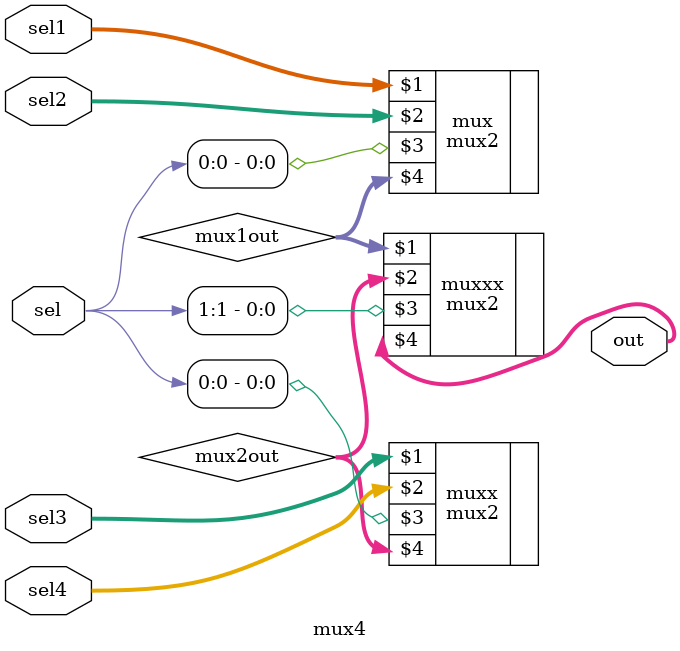
<source format=v>
module mux4 #(
    parameter width=48
) (
    input [width-1:0]sel1,sel2,sel3,sel4,input[1:0] sel,output [width-1:0] out
);
    wire [width-1:0] mux1out,mux2out;
    mux2#(width) mux(sel1,sel2,sel[0],mux1out);
    mux2#(width) muxx(sel3,sel4,sel[0],mux2out);
    mux2#(width) muxxx(mux1out,mux2out,sel[1],out);
endmodule
</source>
